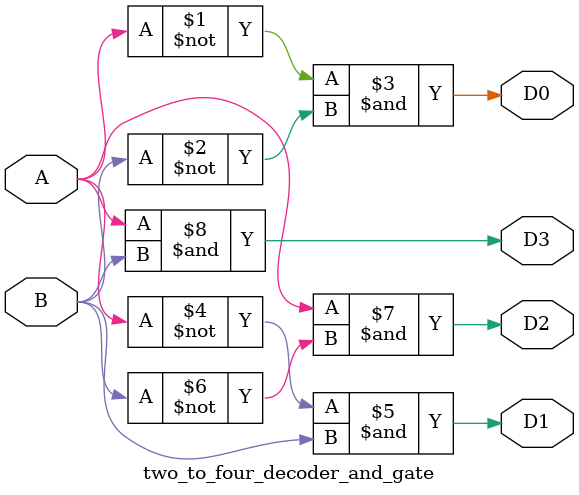
<source format=v>
module two_to_four_decoder_and_gate(
input A,B,
output D0, D1, D2, D3
);
assign D0 = (~A)&(~B);
assign D1 = (~A)&B;
assign D2 = A&(~B);
assign D3 = A&B;
endmodule

</source>
